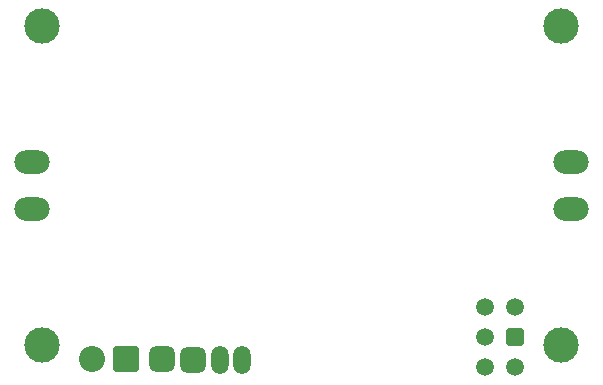
<source format=gbs>
G04 Layer_Color=16711935*
%FSAX44Y44*%
%MOMM*%
G71*
G01*
G75*
%ADD35C,1.5000*%
G04:AMPARAMS|DCode=36|XSize=1.5mm|YSize=1.5mm|CornerRadius=0.15mm|HoleSize=0mm|Usage=FLASHONLY|Rotation=180.000|XOffset=0mm|YOffset=0mm|HoleType=Round|Shape=RoundedRectangle|*
%AMROUNDEDRECTD36*
21,1,1.5000,1.2000,0,0,180.0*
21,1,1.2000,1.5000,0,0,180.0*
1,1,0.3000,-0.6000,0.6000*
1,1,0.3000,0.6000,0.6000*
1,1,0.3000,0.6000,-0.6000*
1,1,0.3000,-0.6000,-0.6000*
%
%ADD36ROUNDEDRECTD36*%
G04:AMPARAMS|DCode=66|XSize=1.4732mm|YSize=2.4032mm|CornerRadius=0.7366mm|HoleSize=0mm|Usage=FLASHONLY|Rotation=0.000|XOffset=0mm|YOffset=0mm|HoleType=Round|Shape=RoundedRectangle|*
%AMROUNDEDRECTD66*
21,1,1.4732,0.9300,0,0,0.0*
21,1,0.0000,2.4032,0,0,0.0*
1,1,1.4732,0.0000,-0.4650*
1,1,1.4732,0.0000,-0.4650*
1,1,1.4732,0.0000,0.4650*
1,1,1.4732,0.0000,0.4650*
%
%ADD66ROUNDEDRECTD66*%
G04:AMPARAMS|DCode=67|XSize=2.2032mm|YSize=2.2032mm|CornerRadius=0.6016mm|HoleSize=0mm|Usage=FLASHONLY|Rotation=0.000|XOffset=0mm|YOffset=0mm|HoleType=Round|Shape=RoundedRectangle|*
%AMROUNDEDRECTD67*
21,1,2.2032,1.0000,0,0,0.0*
21,1,1.0000,2.2032,0,0,0.0*
1,1,1.2032,0.5000,-0.5000*
1,1,1.2032,-0.5000,-0.5000*
1,1,1.2032,-0.5000,0.5000*
1,1,1.2032,0.5000,0.5000*
%
%ADD67ROUNDEDRECTD67*%
%ADD68C,3.0000*%
%ADD69O,3.0000X2.0000*%
G04:AMPARAMS|DCode=70|XSize=2.2032mm|YSize=2.2032mm|CornerRadius=0.3016mm|HoleSize=0mm|Usage=FLASHONLY|Rotation=0.000|XOffset=0mm|YOffset=0mm|HoleType=Round|Shape=RoundedRectangle|*
%AMROUNDEDRECTD70*
21,1,2.2032,1.6000,0,0,0.0*
21,1,1.6000,2.2032,0,0,0.0*
1,1,0.6032,0.8000,-0.8000*
1,1,0.6032,-0.8000,-0.8000*
1,1,0.6032,-0.8000,0.8000*
1,1,0.6032,0.8000,0.8000*
%
%ADD70ROUNDEDRECTD70*%
%ADD71C,2.2032*%
D35*
X10430593Y10062464D02*
D03*
Y10011664D02*
D03*
X10405193D02*
D03*
Y10037064D02*
D03*
Y10062464D02*
D03*
D36*
X10430593Y10037064D02*
D03*
D66*
X10200132Y10017750D02*
D03*
X10181032D02*
D03*
D67*
X10157968D02*
D03*
X10132060Y10018004D02*
D03*
D68*
X10470000Y10030000D02*
D03*
X10030000D02*
D03*
Y10300000D02*
D03*
X10470000D02*
D03*
D69*
X10022000Y10185000D02*
D03*
Y10145000D02*
D03*
X10478000D02*
D03*
Y10185000D02*
D03*
D70*
X10101632Y10018258D02*
D03*
D71*
X10073132D02*
D03*
M02*

</source>
